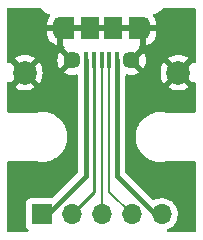
<source format=gtl>
G04 #@! TF.GenerationSoftware,KiCad,Pcbnew,(6.0.4-0)*
G04 #@! TF.CreationDate,2022-10-21T13:57:14+02:00*
G04 #@! TF.ProjectId,SL_MicroUSB-Breakout,534c5f4d-6963-4726-9f55-53422d427265,rev?*
G04 #@! TF.SameCoordinates,Original*
G04 #@! TF.FileFunction,Copper,L1,Top*
G04 #@! TF.FilePolarity,Positive*
%FSLAX46Y46*%
G04 Gerber Fmt 4.6, Leading zero omitted, Abs format (unit mm)*
G04 Created by KiCad (PCBNEW (6.0.4-0)) date 2022-10-21 13:57:14*
%MOMM*%
%LPD*%
G01*
G04 APERTURE LIST*
G04 #@! TA.AperFunction,SMDPad,CuDef*
%ADD10R,0.400000X1.350000*%
G04 #@! TD*
G04 #@! TA.AperFunction,SMDPad,CuDef*
%ADD11R,1.200000X1.900000*%
G04 #@! TD*
G04 #@! TA.AperFunction,SMDPad,CuDef*
%ADD12R,1.500000X1.900000*%
G04 #@! TD*
G04 #@! TA.AperFunction,ComponentPad*
%ADD13O,1.200000X1.900000*%
G04 #@! TD*
G04 #@! TA.AperFunction,ComponentPad*
%ADD14C,1.450000*%
G04 #@! TD*
G04 #@! TA.AperFunction,ComponentPad*
%ADD15R,1.700000X1.700000*%
G04 #@! TD*
G04 #@! TA.AperFunction,ComponentPad*
%ADD16O,1.700000X1.700000*%
G04 #@! TD*
G04 #@! TA.AperFunction,ComponentPad*
%ADD17C,2.000000*%
G04 #@! TD*
G04 #@! TA.AperFunction,Conductor*
%ADD18C,0.400000*%
G04 #@! TD*
G04 #@! TA.AperFunction,Conductor*
%ADD19C,0.200000*%
G04 #@! TD*
G04 #@! TA.AperFunction,Conductor*
%ADD20C,0.250000*%
G04 #@! TD*
G04 APERTURE END LIST*
D10*
X146300000Y-98462500D03*
X145650000Y-98462500D03*
X145000000Y-98462500D03*
X144350000Y-98462500D03*
X143700000Y-98462500D03*
D11*
X142100000Y-95762500D03*
D12*
X144000000Y-95762500D03*
X146000000Y-95762500D03*
D13*
X148500000Y-95762500D03*
X141500000Y-95762500D03*
D14*
X147500000Y-98462500D03*
D11*
X147900000Y-95762500D03*
D14*
X142500000Y-98462500D03*
D15*
X139925000Y-111500000D03*
D16*
X142465000Y-111500000D03*
X145005000Y-111500000D03*
X147545000Y-111500000D03*
X150085000Y-111500000D03*
D17*
X138500000Y-99500000D03*
X151500000Y-99500000D03*
D18*
X149500000Y-111500000D02*
X150085000Y-111500000D01*
X146300000Y-108300000D02*
X149500000Y-111500000D01*
X146300000Y-98462500D02*
X146300000Y-108300000D01*
D19*
X145000000Y-98462500D02*
X145000000Y-111495000D01*
X145000000Y-111495000D02*
X145005000Y-111500000D01*
X145650000Y-98462500D02*
X145650000Y-109605000D01*
X145650000Y-109605000D02*
X147545000Y-111500000D01*
D20*
X144350000Y-98462500D02*
X144350000Y-109615000D01*
X144350000Y-109615000D02*
X142465000Y-111500000D01*
D18*
X140500000Y-111500000D02*
X139925000Y-111500000D01*
X143700000Y-98462500D02*
X143700000Y-108300000D01*
X143700000Y-108300000D02*
X140500000Y-111500000D01*
X148500000Y-95762500D02*
X148500000Y-96500000D01*
X142100000Y-95762500D02*
X148500000Y-95762500D01*
X141500000Y-95762500D02*
X141500000Y-96500000D01*
G04 #@! TA.AperFunction,Conductor*
G36*
X139805303Y-94028502D02*
G01*
X139826277Y-94045405D01*
X140090182Y-94309310D01*
X140097799Y-94318846D01*
X140098169Y-94318531D01*
X140103984Y-94325364D01*
X140108776Y-94332958D01*
X140120799Y-94343576D01*
X140149116Y-94368585D01*
X140154803Y-94373931D01*
X140166255Y-94385383D01*
X140169846Y-94388074D01*
X140169848Y-94388076D01*
X140174630Y-94391660D01*
X140182473Y-94398045D01*
X140186821Y-94401885D01*
X140217951Y-94429378D01*
X140226078Y-94433194D01*
X140228534Y-94434807D01*
X140243547Y-94443829D01*
X140246118Y-94445237D01*
X140253296Y-94450616D01*
X140261696Y-94453765D01*
X140261698Y-94453766D01*
X140297640Y-94467239D01*
X140306943Y-94471159D01*
X140349800Y-94491281D01*
X140358669Y-94492662D01*
X140361495Y-94493526D01*
X140378399Y-94497960D01*
X140381275Y-94498592D01*
X140389684Y-94501745D01*
X140398634Y-94502410D01*
X140436906Y-94505254D01*
X140446952Y-94506408D01*
X140455575Y-94507751D01*
X140455578Y-94507751D01*
X140460386Y-94508500D01*
X140475906Y-94508500D01*
X140485243Y-94508846D01*
X140534941Y-94512539D01*
X140534830Y-94514038D01*
X140594590Y-94527247D01*
X140644624Y-94577617D01*
X140659483Y-94647041D01*
X140632716Y-94715725D01*
X140623263Y-94727695D01*
X140515079Y-94895241D01*
X140509583Y-94905845D01*
X140435039Y-95090812D01*
X140431645Y-95102270D01*
X140393143Y-95299428D01*
X140392066Y-95308291D01*
X140392000Y-95311000D01*
X140392000Y-95490385D01*
X140396475Y-95505624D01*
X140397865Y-95506829D01*
X140405548Y-95508500D01*
X149589885Y-95508500D01*
X149605124Y-95504025D01*
X149606329Y-95502635D01*
X149608000Y-95494952D01*
X149608000Y-95362668D01*
X149607715Y-95356692D01*
X149593529Y-95208006D01*
X149591270Y-95196272D01*
X149535128Y-95004901D01*
X149530698Y-94993825D01*
X149439381Y-94816522D01*
X149432931Y-94806476D01*
X149361199Y-94715157D01*
X149334849Y-94649232D01*
X149348324Y-94579525D01*
X149397345Y-94528170D01*
X149458938Y-94514306D01*
X149458800Y-94512074D01*
X149512508Y-94508742D01*
X149520310Y-94508500D01*
X149536513Y-94508500D01*
X149545429Y-94507223D01*
X149546878Y-94507016D01*
X149556928Y-94505987D01*
X149595216Y-94503611D01*
X149604177Y-94503055D01*
X149612623Y-94500006D01*
X149615514Y-94499407D01*
X149632480Y-94495178D01*
X149635305Y-94494352D01*
X149644187Y-94493080D01*
X149687298Y-94473478D01*
X149696649Y-94469672D01*
X149698475Y-94469013D01*
X149741181Y-94453596D01*
X149748429Y-94448301D01*
X149751027Y-94446920D01*
X149766145Y-94438085D01*
X149768614Y-94436506D01*
X149776782Y-94432792D01*
X149812653Y-94401884D01*
X149820569Y-94395599D01*
X149827615Y-94390452D01*
X149827620Y-94390447D01*
X149831552Y-94387575D01*
X149842527Y-94376600D01*
X149849375Y-94370242D01*
X149880323Y-94343576D01*
X149880324Y-94343575D01*
X149887127Y-94337713D01*
X149892011Y-94330178D01*
X149897451Y-94323942D01*
X149907056Y-94312071D01*
X150173724Y-94045404D01*
X150236036Y-94011379D01*
X150262819Y-94008500D01*
X152865500Y-94008500D01*
X152933621Y-94028502D01*
X152980114Y-94082158D01*
X152991500Y-94134500D01*
X152991500Y-98601013D01*
X152971498Y-98669134D01*
X152917842Y-98715627D01*
X152847568Y-98725731D01*
X152782988Y-98696237D01*
X152758068Y-98666849D01*
X152742567Y-98641554D01*
X152732110Y-98632093D01*
X152723334Y-98635876D01*
X151872022Y-99487188D01*
X151864408Y-99501132D01*
X151864539Y-99502965D01*
X151868790Y-99509580D01*
X152720290Y-100361080D01*
X152732670Y-100367840D01*
X152740319Y-100362114D01*
X152758068Y-100333151D01*
X152810716Y-100285520D01*
X152880757Y-100273914D01*
X152945955Y-100302018D01*
X152985608Y-100360909D01*
X152991500Y-100398987D01*
X152991500Y-102765500D01*
X152971498Y-102833621D01*
X152917842Y-102880114D01*
X152865500Y-102891500D01*
X150470249Y-102891500D01*
X150443407Y-102888608D01*
X150364933Y-102871498D01*
X150308736Y-102859245D01*
X150277685Y-102856801D01*
X150085718Y-102841693D01*
X150085709Y-102841693D01*
X150083261Y-102841500D01*
X149927729Y-102841500D01*
X149925593Y-102841646D01*
X149925582Y-102841646D01*
X149717452Y-102855835D01*
X149717446Y-102855836D01*
X149713175Y-102856127D01*
X149708980Y-102856996D01*
X149708978Y-102856996D01*
X149597345Y-102880114D01*
X149431658Y-102914426D01*
X149160657Y-103010393D01*
X149156848Y-103012359D01*
X149007855Y-103089260D01*
X148905188Y-103142250D01*
X148901687Y-103144711D01*
X148901683Y-103144713D01*
X148787582Y-103224905D01*
X148669977Y-103307559D01*
X148654892Y-103321577D01*
X148546974Y-103421861D01*
X148459378Y-103503260D01*
X148277287Y-103725732D01*
X148127073Y-103970858D01*
X148011517Y-104234102D01*
X147932756Y-104510594D01*
X147892249Y-104795216D01*
X147892227Y-104799505D01*
X147892226Y-104799512D01*
X147890765Y-105078417D01*
X147890743Y-105082703D01*
X147928268Y-105367734D01*
X148004129Y-105645036D01*
X148116923Y-105909476D01*
X148264561Y-106156161D01*
X148444313Y-106380528D01*
X148652851Y-106578423D01*
X148886317Y-106746186D01*
X148890112Y-106748195D01*
X148890113Y-106748196D01*
X148911869Y-106759715D01*
X149140392Y-106880712D01*
X149410373Y-106979511D01*
X149691264Y-107040755D01*
X149716270Y-107042723D01*
X149914282Y-107058307D01*
X149914291Y-107058307D01*
X149916739Y-107058500D01*
X150072271Y-107058500D01*
X150074407Y-107058354D01*
X150074418Y-107058354D01*
X150282548Y-107044165D01*
X150282554Y-107044164D01*
X150286825Y-107043873D01*
X150291020Y-107043004D01*
X150291022Y-107043004D01*
X150444994Y-107011118D01*
X150470545Y-107008500D01*
X152865500Y-107008500D01*
X152933621Y-107028502D01*
X152980114Y-107082158D01*
X152991500Y-107134500D01*
X152991500Y-112865500D01*
X152971498Y-112933621D01*
X152917842Y-112980114D01*
X152865500Y-112991500D01*
X150672160Y-112991500D01*
X150604039Y-112971498D01*
X150557546Y-112917842D01*
X150547442Y-112847568D01*
X150576936Y-112782988D01*
X150616728Y-112752349D01*
X150778346Y-112673173D01*
X150782994Y-112670896D01*
X150964860Y-112541173D01*
X151123096Y-112383489D01*
X151253453Y-112202077D01*
X151274320Y-112159857D01*
X151350136Y-112006453D01*
X151350137Y-112006451D01*
X151352430Y-112001811D01*
X151417370Y-111788069D01*
X151446529Y-111566590D01*
X151448156Y-111500000D01*
X151429852Y-111277361D01*
X151375431Y-111060702D01*
X151286354Y-110855840D01*
X151165014Y-110668277D01*
X151014670Y-110503051D01*
X151010619Y-110499852D01*
X151010615Y-110499848D01*
X150843414Y-110367800D01*
X150843410Y-110367798D01*
X150839359Y-110364598D01*
X150643789Y-110256638D01*
X150638920Y-110254914D01*
X150638916Y-110254912D01*
X150438087Y-110183795D01*
X150438083Y-110183794D01*
X150433212Y-110182069D01*
X150428119Y-110181162D01*
X150428116Y-110181161D01*
X150218373Y-110143800D01*
X150218367Y-110143799D01*
X150213284Y-110142894D01*
X150139452Y-110141992D01*
X149995081Y-110140228D01*
X149995079Y-110140228D01*
X149989911Y-110140165D01*
X149769091Y-110173955D01*
X149556756Y-110243357D01*
X149433891Y-110307317D01*
X149364234Y-110321029D01*
X149298219Y-110294904D01*
X149286618Y-110284648D01*
X147045405Y-108043435D01*
X147011379Y-107981123D01*
X147008500Y-107954340D01*
X147008500Y-100732670D01*
X150632160Y-100732670D01*
X150637887Y-100740320D01*
X150809042Y-100845205D01*
X150817837Y-100849687D01*
X151027988Y-100936734D01*
X151037373Y-100939783D01*
X151258554Y-100992885D01*
X151268301Y-100994428D01*
X151495070Y-101012275D01*
X151504930Y-101012275D01*
X151731699Y-100994428D01*
X151741446Y-100992885D01*
X151962627Y-100939783D01*
X151972012Y-100936734D01*
X152182163Y-100849687D01*
X152190958Y-100845205D01*
X152358445Y-100742568D01*
X152367907Y-100732110D01*
X152364124Y-100723334D01*
X151512812Y-99872022D01*
X151498868Y-99864408D01*
X151497035Y-99864539D01*
X151490420Y-99868790D01*
X150638920Y-100720290D01*
X150632160Y-100732670D01*
X147008500Y-100732670D01*
X147008500Y-99771505D01*
X147028502Y-99703384D01*
X147082158Y-99656891D01*
X147152432Y-99646787D01*
X147167111Y-99649798D01*
X147279759Y-99679982D01*
X147290554Y-99681885D01*
X147494525Y-99699731D01*
X147505475Y-99699731D01*
X147709446Y-99681885D01*
X147720241Y-99679982D01*
X147918012Y-99626990D01*
X147928304Y-99623244D01*
X148113868Y-99536714D01*
X148123363Y-99531231D01*
X148159197Y-99506140D01*
X148160164Y-99504930D01*
X149987725Y-99504930D01*
X150005572Y-99731699D01*
X150007115Y-99741446D01*
X150060217Y-99962627D01*
X150063266Y-99972012D01*
X150150313Y-100182163D01*
X150154795Y-100190958D01*
X150257432Y-100358445D01*
X150267890Y-100367907D01*
X150276666Y-100364124D01*
X151127978Y-99512812D01*
X151135592Y-99498868D01*
X151135461Y-99497035D01*
X151131210Y-99490420D01*
X150279710Y-98638920D01*
X150267330Y-98632160D01*
X150259680Y-98637887D01*
X150154795Y-98809042D01*
X150150313Y-98817837D01*
X150063266Y-99027988D01*
X150060217Y-99037373D01*
X150007115Y-99258554D01*
X150005572Y-99268301D01*
X149987725Y-99495070D01*
X149987725Y-99504930D01*
X148160164Y-99504930D01*
X148167573Y-99495661D01*
X148160505Y-99482215D01*
X147229885Y-98551595D01*
X147195859Y-98489283D01*
X147197694Y-98463632D01*
X147864408Y-98463632D01*
X147864539Y-98465465D01*
X147868790Y-98472080D01*
X148520436Y-99123726D01*
X148532211Y-99130156D01*
X148544226Y-99120860D01*
X148568731Y-99085863D01*
X148574214Y-99076368D01*
X148660744Y-98890804D01*
X148664490Y-98880512D01*
X148717482Y-98682741D01*
X148719385Y-98671946D01*
X148737231Y-98467975D01*
X148737231Y-98457025D01*
X148720683Y-98267890D01*
X150632093Y-98267890D01*
X150635876Y-98276666D01*
X151487188Y-99127978D01*
X151501132Y-99135592D01*
X151502965Y-99135461D01*
X151509580Y-99131210D01*
X152361080Y-98279710D01*
X152367840Y-98267330D01*
X152362113Y-98259680D01*
X152190958Y-98154795D01*
X152182163Y-98150313D01*
X151972012Y-98063266D01*
X151962627Y-98060217D01*
X151741446Y-98007115D01*
X151731699Y-98005572D01*
X151504930Y-97987725D01*
X151495070Y-97987725D01*
X151268301Y-98005572D01*
X151258554Y-98007115D01*
X151037373Y-98060217D01*
X151027988Y-98063266D01*
X150817837Y-98150313D01*
X150809042Y-98154795D01*
X150641555Y-98257432D01*
X150632093Y-98267890D01*
X148720683Y-98267890D01*
X148719385Y-98253054D01*
X148717482Y-98242259D01*
X148664490Y-98044488D01*
X148660744Y-98034196D01*
X148574214Y-97848632D01*
X148568731Y-97839137D01*
X148543640Y-97803303D01*
X148533161Y-97794927D01*
X148519715Y-97801995D01*
X147872022Y-98449688D01*
X147864408Y-98463632D01*
X147197694Y-98463632D01*
X147200924Y-98418468D01*
X147229885Y-98373405D01*
X148161226Y-97442064D01*
X148167656Y-97430290D01*
X148159493Y-97419739D01*
X148133630Y-97353621D01*
X148147618Y-97284016D01*
X148197017Y-97233023D01*
X148223652Y-97221742D01*
X148243124Y-97216025D01*
X148244329Y-97214634D01*
X148246000Y-97206951D01*
X148246000Y-97172902D01*
X148754000Y-97172902D01*
X148757973Y-97186433D01*
X148767399Y-97187788D01*
X148856537Y-97166306D01*
X148867832Y-97162417D01*
X149049382Y-97079871D01*
X149059724Y-97073924D01*
X149222397Y-96958532D01*
X149231425Y-96950739D01*
X149369342Y-96806669D01*
X149376738Y-96797304D01*
X149484921Y-96629759D01*
X149490417Y-96619155D01*
X149564961Y-96434188D01*
X149568355Y-96422730D01*
X149606857Y-96225572D01*
X149607934Y-96216709D01*
X149608000Y-96214000D01*
X149608000Y-96034615D01*
X149603525Y-96019376D01*
X149602135Y-96018171D01*
X149594452Y-96016500D01*
X148772115Y-96016500D01*
X148756876Y-96020975D01*
X148755671Y-96022365D01*
X148754000Y-96030048D01*
X148754000Y-97172902D01*
X148246000Y-97172902D01*
X148246000Y-96034615D01*
X148241525Y-96019376D01*
X148240135Y-96018171D01*
X148232452Y-96016500D01*
X141772115Y-96016500D01*
X141756876Y-96020975D01*
X141755671Y-96022365D01*
X141754000Y-96030048D01*
X141754000Y-97202385D01*
X141758475Y-97217624D01*
X141759865Y-97218829D01*
X141766587Y-97220291D01*
X141828900Y-97254316D01*
X141862925Y-97316628D01*
X141857861Y-97387443D01*
X141838227Y-97422083D01*
X141832427Y-97429339D01*
X141839495Y-97442785D01*
X142770115Y-98373405D01*
X142804141Y-98435717D01*
X142799076Y-98506532D01*
X142770115Y-98551595D01*
X141838774Y-99482936D01*
X141832344Y-99494711D01*
X141841640Y-99506726D01*
X141876637Y-99531231D01*
X141886132Y-99536714D01*
X142071696Y-99623244D01*
X142081988Y-99626990D01*
X142279759Y-99679982D01*
X142290554Y-99681885D01*
X142494525Y-99699731D01*
X142505475Y-99699731D01*
X142709446Y-99681885D01*
X142720241Y-99679982D01*
X142832889Y-99649798D01*
X142903865Y-99651488D01*
X142962661Y-99691282D01*
X142990609Y-99756546D01*
X142991500Y-99771505D01*
X142991500Y-107954340D01*
X142971498Y-108022461D01*
X142954595Y-108043435D01*
X140893435Y-110104595D01*
X140831123Y-110138621D01*
X140804340Y-110141500D01*
X139026866Y-110141500D01*
X138964684Y-110148255D01*
X138828295Y-110199385D01*
X138711739Y-110286739D01*
X138624385Y-110403295D01*
X138573255Y-110539684D01*
X138566500Y-110601866D01*
X138566500Y-112398134D01*
X138573255Y-112460316D01*
X138624385Y-112596705D01*
X138711739Y-112713261D01*
X138718919Y-112718642D01*
X138718920Y-112718643D01*
X138780339Y-112764674D01*
X138822854Y-112821533D01*
X138827880Y-112892352D01*
X138793820Y-112954645D01*
X138731489Y-112988635D01*
X138704774Y-112991500D01*
X137134500Y-112991500D01*
X137066379Y-112971498D01*
X137019886Y-112917842D01*
X137008500Y-112865500D01*
X137008500Y-107134500D01*
X137028502Y-107066379D01*
X137082158Y-107019886D01*
X137134500Y-107008500D01*
X139529751Y-107008500D01*
X139556593Y-107011392D01*
X139691264Y-107040755D01*
X139716270Y-107042723D01*
X139914282Y-107058307D01*
X139914291Y-107058307D01*
X139916739Y-107058500D01*
X140072271Y-107058500D01*
X140074407Y-107058354D01*
X140074418Y-107058354D01*
X140282548Y-107044165D01*
X140282554Y-107044164D01*
X140286825Y-107043873D01*
X140291020Y-107043004D01*
X140291022Y-107043004D01*
X140427583Y-107014724D01*
X140568342Y-106985574D01*
X140839343Y-106889607D01*
X141094812Y-106757750D01*
X141098313Y-106755289D01*
X141098317Y-106755287D01*
X141242782Y-106653755D01*
X141330023Y-106592441D01*
X141540622Y-106396740D01*
X141722713Y-106174268D01*
X141872927Y-105929142D01*
X141988483Y-105665898D01*
X142067244Y-105389406D01*
X142107751Y-105104784D01*
X142107845Y-105086951D01*
X142109235Y-104821583D01*
X142109235Y-104821576D01*
X142109257Y-104817297D01*
X142071732Y-104532266D01*
X141995871Y-104254964D01*
X141883077Y-103990524D01*
X141808527Y-103865960D01*
X141737643Y-103747521D01*
X141737640Y-103747517D01*
X141735439Y-103743839D01*
X141555687Y-103519472D01*
X141347149Y-103321577D01*
X141113683Y-103153814D01*
X141106858Y-103150200D01*
X141041674Y-103115687D01*
X140859608Y-103019288D01*
X140589627Y-102920489D01*
X140308736Y-102859245D01*
X140277685Y-102856801D01*
X140085718Y-102841693D01*
X140085709Y-102841693D01*
X140083261Y-102841500D01*
X139927729Y-102841500D01*
X139925593Y-102841646D01*
X139925582Y-102841646D01*
X139717452Y-102855835D01*
X139717446Y-102855836D01*
X139713175Y-102856127D01*
X139708980Y-102856996D01*
X139708978Y-102856996D01*
X139555006Y-102888882D01*
X139529455Y-102891500D01*
X137134500Y-102891500D01*
X137066379Y-102871498D01*
X137019886Y-102817842D01*
X137008500Y-102765500D01*
X137008500Y-100732670D01*
X137632160Y-100732670D01*
X137637887Y-100740320D01*
X137809042Y-100845205D01*
X137817837Y-100849687D01*
X138027988Y-100936734D01*
X138037373Y-100939783D01*
X138258554Y-100992885D01*
X138268301Y-100994428D01*
X138495070Y-101012275D01*
X138504930Y-101012275D01*
X138731699Y-100994428D01*
X138741446Y-100992885D01*
X138962627Y-100939783D01*
X138972012Y-100936734D01*
X139182163Y-100849687D01*
X139190958Y-100845205D01*
X139358445Y-100742568D01*
X139367907Y-100732110D01*
X139364124Y-100723334D01*
X138512812Y-99872022D01*
X138498868Y-99864408D01*
X138497035Y-99864539D01*
X138490420Y-99868790D01*
X137638920Y-100720290D01*
X137632160Y-100732670D01*
X137008500Y-100732670D01*
X137008500Y-100398987D01*
X137028502Y-100330866D01*
X137082158Y-100284373D01*
X137152432Y-100274269D01*
X137217012Y-100303763D01*
X137241932Y-100333151D01*
X137257433Y-100358446D01*
X137267890Y-100367907D01*
X137276666Y-100364124D01*
X138127978Y-99512812D01*
X138134356Y-99501132D01*
X138864408Y-99501132D01*
X138864539Y-99502965D01*
X138868790Y-99509580D01*
X139720290Y-100361080D01*
X139732670Y-100367840D01*
X139740320Y-100362113D01*
X139845205Y-100190958D01*
X139849687Y-100182163D01*
X139936734Y-99972012D01*
X139939783Y-99962627D01*
X139992885Y-99741446D01*
X139994428Y-99731699D01*
X140012275Y-99504930D01*
X140012275Y-99495070D01*
X139994428Y-99268301D01*
X139992885Y-99258554D01*
X139939783Y-99037373D01*
X139936734Y-99027988D01*
X139849687Y-98817837D01*
X139845205Y-98809042D01*
X139742568Y-98641555D01*
X139732110Y-98632093D01*
X139723334Y-98635876D01*
X138872022Y-99487188D01*
X138864408Y-99501132D01*
X138134356Y-99501132D01*
X138135592Y-99498868D01*
X138135461Y-99497035D01*
X138131210Y-99490420D01*
X137279710Y-98638920D01*
X137267330Y-98632160D01*
X137259681Y-98637886D01*
X137241932Y-98666849D01*
X137189284Y-98714480D01*
X137119243Y-98726086D01*
X137054045Y-98697982D01*
X137014392Y-98639091D01*
X137008500Y-98601013D01*
X137008500Y-98267890D01*
X137632093Y-98267890D01*
X137635876Y-98276666D01*
X138487188Y-99127978D01*
X138501132Y-99135592D01*
X138502965Y-99135461D01*
X138509580Y-99131210D01*
X139172815Y-98467975D01*
X141262769Y-98467975D01*
X141280615Y-98671946D01*
X141282518Y-98682741D01*
X141335510Y-98880512D01*
X141339256Y-98890804D01*
X141425786Y-99076368D01*
X141431269Y-99085863D01*
X141456360Y-99121697D01*
X141466839Y-99130073D01*
X141480285Y-99123005D01*
X142127978Y-98475312D01*
X142135592Y-98461368D01*
X142135461Y-98459535D01*
X142131210Y-98452920D01*
X141479564Y-97801274D01*
X141467789Y-97794844D01*
X141455774Y-97804140D01*
X141431269Y-97839137D01*
X141425786Y-97848632D01*
X141339256Y-98034196D01*
X141335510Y-98044488D01*
X141282518Y-98242259D01*
X141280615Y-98253054D01*
X141262769Y-98457025D01*
X141262769Y-98467975D01*
X139172815Y-98467975D01*
X139361080Y-98279710D01*
X139367840Y-98267330D01*
X139362113Y-98259680D01*
X139190958Y-98154795D01*
X139182163Y-98150313D01*
X138972012Y-98063266D01*
X138962627Y-98060217D01*
X138741446Y-98007115D01*
X138731699Y-98005572D01*
X138504930Y-97987725D01*
X138495070Y-97987725D01*
X138268301Y-98005572D01*
X138258554Y-98007115D01*
X138037373Y-98060217D01*
X138027988Y-98063266D01*
X137817837Y-98150313D01*
X137809042Y-98154795D01*
X137641555Y-98257432D01*
X137632093Y-98267890D01*
X137008500Y-98267890D01*
X137008500Y-96162332D01*
X140392000Y-96162332D01*
X140392285Y-96168308D01*
X140406471Y-96316994D01*
X140408730Y-96328728D01*
X140464872Y-96520099D01*
X140469302Y-96531175D01*
X140560619Y-96708478D01*
X140567069Y-96718524D01*
X140690262Y-96875357D01*
X140698499Y-96884006D01*
X140849123Y-97014712D01*
X140858847Y-97021647D01*
X141031467Y-97121510D01*
X141042331Y-97126484D01*
X141230727Y-97191907D01*
X141231716Y-97192148D01*
X141242008Y-97190680D01*
X141246000Y-97177115D01*
X141246000Y-96034615D01*
X141241525Y-96019376D01*
X141240135Y-96018171D01*
X141232452Y-96016500D01*
X140410115Y-96016500D01*
X140394876Y-96020975D01*
X140393671Y-96022365D01*
X140392000Y-96030048D01*
X140392000Y-96162332D01*
X137008500Y-96162332D01*
X137008500Y-94134500D01*
X137028502Y-94066379D01*
X137082158Y-94019886D01*
X137134500Y-94008500D01*
X139737182Y-94008500D01*
X139805303Y-94028502D01*
G37*
G04 #@! TD.AperFunction*
M02*

</source>
